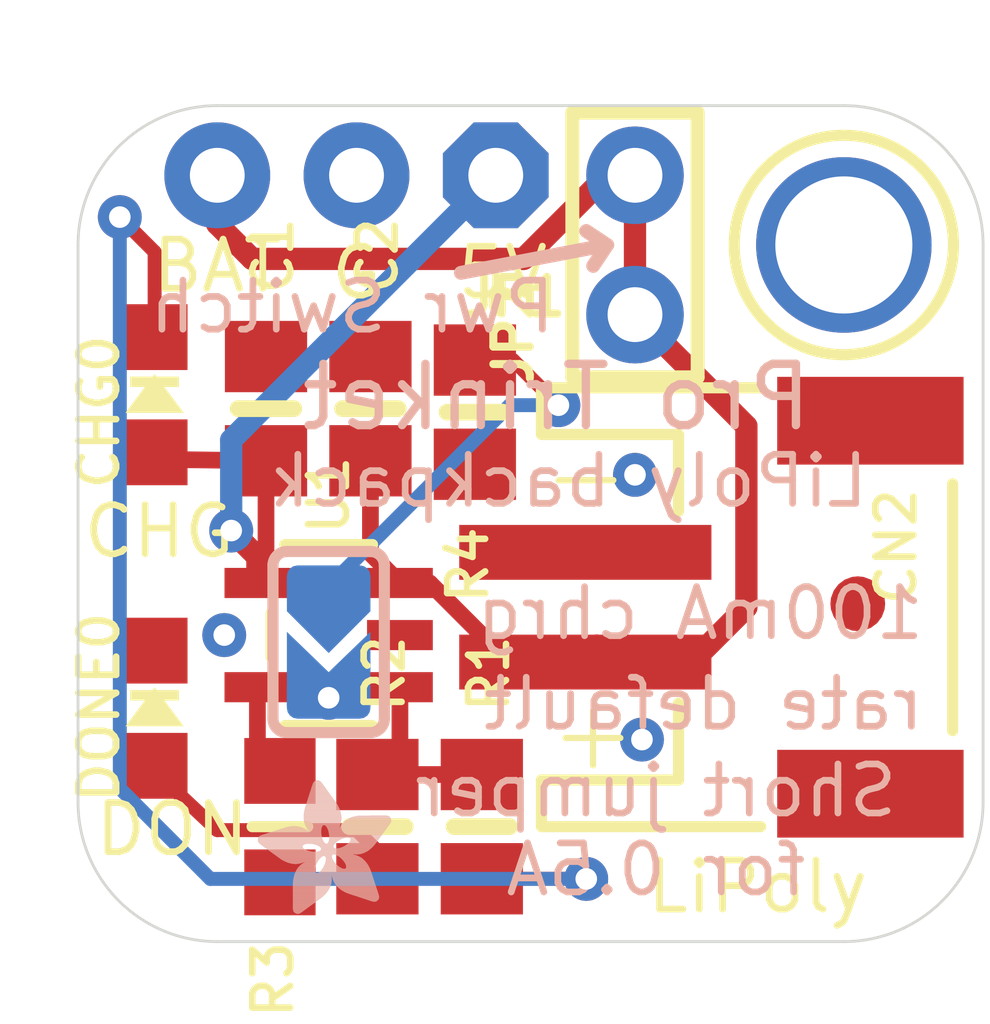
<source format=kicad_pcb>
(kicad_pcb (version 20221018) (generator pcbnew)
  (layers (0 "F.Cu" signal) (31 "B.Cu" signal) (34 "B.Paste" user) (35 "F.Paste" user) (36 "B.SilkS" user "B.Silkscreen") (37 "F.SilkS" user "F.Silkscreen") (38 "B.Mask" user) (39 "F.Mask" user) (44 "Edge.Cuts" user))
  (net 0 "")
  (net 1 "GND")
  (net 2 "N$1")
  (net 3 "N$2")
  (net 4 "VBAT")
  (net 5 "N$5")
  (net 6 "N$6")
  (net 7 "N$3")
  (net 8 "VBUS")
  (footprint "Adafruit protrinket backpack:1X03_ROUND_76" (layer "F.Cu") (at 145.3261 98.6536 180)
    (fp_text reference "JP1" (at -3.8862 -1.8288 180) (layer "F.SilkS") (effects (font (size 0.666496 0.666496) (thickness 0.146304)) (justify right top)))
    (fp_text value "")
    (pad "1" thru_hole roundrect (at -2.54 0 270) (size 1.9304 1.9304) (drill 1) (layers "*.Cu" "*.Mask") (chamfer_ratio 0.2928932188) (chamfer top_left top_right bottom_left bottom_right) (net 8 "VBUS"))
    (pad "2" thru_hole circle (at 0 0 270) (size 1.9304 1.9304) (drill 1) (layers "*.Cu" "*.Mask") (net 1 "GND"))
    (pad "3" thru_hole circle (at 2.54 0 270) (size 1.9304 1.9304) (drill 1) (layers "*.Cu" "*.Mask") (net 4 "VBAT"))
  )
  (footprint "Adafruit protrinket backpack:FIDUCIAL_1MM" (layer "F.Cu") (at 154.4701 106.4641)
    (fp_text reference "FID1" hide)
    (fp_text value "FIDUCIAL\"\"" hide)
    (pad "1" smd roundrect (at 0 0) (size 1 1) (layers "F.Cu" "F.Mask") (roundrect_rratio 0.5))
  )
  (footprint "Adafruit protrinket backpack:CHIPLED_0805_NOOUTLINE" (layer "F.Cu") (at 141.6431 108.3691)
    (fp_text reference "DONE0" (at -1.016 1.778 90) (layer "F.SilkS") (effects (font (size 0.692831 0.692831) (thickness 0.119969)) (justify left)))
    (fp_text value "GREEN")
    (pad "A" smd rect (at 0 1.05) (size 1.2 1.2) (layers "F.Cu" "F.Paste" "F.Mask") (net 6 "N$6"))
    (pad "C" smd rect (at 0 -1.05) (size 1.2 1.2) (layers "F.Cu" "F.Paste" "F.Mask") (net 1 "GND"))
  )
  (footprint "Adafruit protrinket backpack:0805-NO" (layer "F.Cu") (at 145.5801 102.9081 90)
    (fp_text reference "C2" (at 2.032 0.127 90) (layer "F.SilkS") (effects (font (size 0.692831 0.692831) (thickness 0.119969)) (justify left)))
    (fp_text value "10µF")
    (pad "1" smd rect (at -0.95 0 90) (size 1.3 1.5) (layers "F.Cu" "F.Paste" "F.Mask") (net 4 "VBAT"))
    (pad "2" smd rect (at 0.95 0 90) (size 1.3 1.5) (layers "F.Cu" "F.Paste" "F.Mask") (net 1 "GND"))
  )
  (footprint "Adafruit protrinket backpack:0805-NO" (layer "F.Cu") (at 143.6751 102.9081 90)
    (fp_text reference "C1" (at 2.032 0.127 90) (layer "F.SilkS") (effects (font (size 0.692831 0.692831) (thickness 0.119969)) (justify left)))
    (fp_text value "10µF")
    (pad "1" smd rect (at -0.95 0 90) (size 1.3 1.5) (layers "F.Cu" "F.Paste" "F.Mask") (net 8 "VBUS"))
    (pad "2" smd rect (at 0.95 0 90) (size 1.3 1.5) (layers "F.Cu" "F.Paste" "F.Mask") (net 1 "GND"))
  )
  (footprint "Adafruit protrinket backpack:_0805MP" (layer "F.Cu") (at 143.9291 110.5281 -90)
    (fp_text reference "R3" (at 2.032 0.127 90) (layer "F.SilkS") (effects (font (size 0.692831 0.692831) (thickness 0.119969)) (justify right)))
    (fp_text value "10K\\")
    (pad "1" smd rect (at -1.016 0 270) (size 1.2 1.3) (layers "F.Cu" "F.Paste" "F.Mask") (net 5 "N$5"))
    (pad "2" smd rect (at 1.016 0 270) (size 1.2 1.3) (layers "F.Cu" "F.Paste" "F.Mask") (net 1 "GND"))
  )
  (footprint "Adafruit protrinket backpack:CHIPLED_0805_NOOUTLINE" (layer "F.Cu") (at 141.6431 102.6541)
    (fp_text reference "CHG0" (at -1.016 1.778 90) (layer "F.SilkS") (effects (font (size 0.692831 0.692831) (thickness 0.119969)) (justify left)))
    (fp_text value "RED")
    (pad "A" smd rect (at 0 1.05) (size 1.2 1.2) (layers "F.Cu" "F.Paste" "F.Mask") (net 8 "VBUS"))
    (pad "C" smd rect (at 0 -1.05) (size 1.2 1.2) (layers "F.Cu" "F.Paste" "F.Mask") (net 2 "N$1"))
  )
  (footprint "Adafruit protrinket backpack:MOUNTINGHOLE_2.5_PLATED" (layer "F.Cu") (at 154.2161 99.9236)
    (fp_text reference "U$10" hide)
    (fp_text value "MOUNTINGHOLE2.5" hide)
    (pad "P$1" thru_hole circle (at 0 0) (size 3.2 3.2) (drill 2.5) (layers "*.Cu" "*.Mask"))
  )
  (footprint "Adafruit protrinket backpack:JSTPH2" (layer "F.Cu") (at 153.2001 106.5276 -90)
    (fp_text reference "CN2" (at -2.2225 -1.9685 90) (layer "F.SilkS") (effects (font (size 0.692831 0.692831) (thickness 0.119969)) (justify right)))
    (fp_text value "JSTPH")
    (pad "1" smd rect (at -1 3.7 270) (size 1 4.6) (layers "F.Cu" "F.Paste" "F.Mask") (net 1 "GND"))
    (pad "2" smd rect (at 1 3.7 270) (size 1 4.6) (layers "F.Cu" "F.Paste" "F.Mask") (net 4 "VBAT"))
    (pad "NC1" smd rect (at -3.4 -1.5) (size 3.4 1.6) (layers "F.Cu" "F.Paste" "F.Mask"))
    (pad "NC2" smd rect (at 3.4 -1.5) (size 3.4 1.6) (layers "F.Cu" "F.Paste" "F.Mask"))
  )
  (footprint "Adafruit protrinket backpack:SOT23-5" (layer "F.Cu") (at 144.8181 107.0356 90)
    (fp_text reference "U1" (at 1.778 0 90) (layer "F.SilkS") (effects (font (size 0.692831 0.692831) (thickness 0.119969)) (justify left)))
    (fp_text value "MCP73831T-2ACI/OT")
    (pad "1" smd rect (at -0.95 1.3001 90) (size 0.55 1.2) (layers "F.Cu" "F.Paste" "F.Mask") (net 3 "N$2"))
    (pad "2" smd rect (at 0 1.3001 90) (size 0.55 1.2) (layers "F.Cu" "F.Paste" "F.Mask") (net 1 "GND"))
    (pad "3" smd rect (at 0.95 1.3001 90) (size 0.55 1.2) (layers "F.Cu" "F.Paste" "F.Mask") (net 4 "VBAT"))
    (pad "4" smd rect (at 0.95 -1.3001 90) (size 0.55 1.2) (layers "F.Cu" "F.Paste" "F.Mask") (net 8 "VBUS"))
    (pad "5" smd rect (at -0.95 -1.3001 90) (size 0.55 1.2) (layers "F.Cu" "F.Paste" "F.Mask") (net 5 "N$5"))
  )
  (footprint "Adafruit protrinket backpack:0805-NO" (layer "F.Cu") (at 145.7071 110.5281 90)
    (fp_text reference "R2" (at 2.032 0.127 90) (layer "F.SilkS") (effects (font (size 0.692831 0.692831) (thickness 0.119969)) (justify left)))
    (fp_text value "1K")
    (pad "1" smd rect (at -0.95 0 90) (size 1.3 1.5) (layers "F.Cu" "F.Paste" "F.Mask") (net 6 "N$6"))
    (pad "2" smd rect (at 0.95 0 90) (size 1.3 1.5) (layers "F.Cu" "F.Paste" "F.Mask") (net 3 "N$2"))
  )
  (footprint "Adafruit protrinket backpack:1X02_ROUND" (layer "F.Cu") (at 150.4061 99.9236 90)
    (fp_text reference "JP2" (at -2.6162 -1.8288 90) (layer "F.SilkS") (effects (font (size 0.666496 0.666496) (thickness 0.146304)) (justify left bottom)))
    (fp_text value "")
    (pad "1" thru_hole circle (at -1.27 0 180) (size 1.778 1.778) (drill 1) (layers "*.Cu" "*.Mask") (net 4 "VBAT"))
    (pad "2" thru_hole circle (at 1.27 0 180) (size 1.778 1.778) (drill 1) (layers "*.Cu" "*.Mask") (net 4 "VBAT"))
  )
  (footprint "Adafruit protrinket backpack:0805-NO" (layer "F.Cu") (at 147.6121 110.5281 90)
    (fp_text reference "R1" (at 2.032 0.127 90) (layer "F.SilkS") (effects (font (size 0.692831 0.692831) (thickness 0.119969)) (justify left)))
    (fp_text value "1K")
    (pad "1" smd rect (at -0.95 0 90) (size 1.3 1.5) (layers "F.Cu" "F.Paste" "F.Mask") (net 2 "N$1"))
    (pad "2" smd rect (at 0.95 0 90) (size 1.3 1.5) (layers "F.Cu" "F.Paste" "F.Mask") (net 3 "N$2"))
  )
  (footprint "Adafruit protrinket backpack:0805-NO" (layer "F.Cu") (at 147.4851 102.9716 -90)
    (fp_text reference "R4" (at 2.032 0.127 90) (layer "F.SilkS") (effects (font (size 0.692831 0.692831) (thickness 0.119969)) (justify right)))
    (fp_text value "2.5K")
    (pad "1" smd rect (at -0.95 0 270) (size 1.3 1.5) (layers "F.Cu" "F.Paste" "F.Mask") (net 7 "N$3"))
    (pad "2" smd rect (at 0.95 0 270) (size 1.3 1.5) (layers "F.Cu" "F.Paste" "F.Mask") (net 1 "GND"))
  )
  (footprint "Adafruit protrinket backpack:ADAFRUIT_2.5MM" (layer "B.Cu") (at 145.9611 112.1156 180)
    (fp_text reference "U$9" hide)
    (fp_text value "" hide)
  )
  (footprint "Adafruit protrinket backpack:SOLDERJUMPER_ARROW_NOPASTE" (layer "B.Cu") (at 144.8181 107.1626 -90)
    (fp_text reference "SJ1" hide)
    (fp_text value "")
    (fp_poly (pts (xy 0.201021 0) (xy -0.560979 -0.762) (xy -1.1684 -0.762) (xy -1.1684 0.762) (xy -0.560979 0.762)) (fill solid) (layer "B.Cu"))
    (fp_poly (pts (xy 1.1684 -0.762) (xy -0.186831 -0.762) (xy 0.548892 0) (xy -0.186831 0.762) (xy 1.1684 0.762)) (fill solid) (layer "B.Cu"))
    (pad "1" smd roundrect (at -1.016 0 270) (size 0.762 1.524) (layers "B.Cu") (net 7 "N$3"))
    (pad "2" smd roundrect (at 1.016 0 270) (size 0.762 1.524) (layers "B.Cu") (net 5 "N$5"))
  )
  (gr_line (start 149.8981 99.9236) (end 149.6441 100.3046) (stroke (width 0.254)) (layer "B.SilkS"))
  (gr_line (start 147.2311 100.4316) (end 149.8981 99.9236) (stroke (width 0.254)) (layer "B.SilkS"))
  (gr_line (start 149.8981 99.9236) (end 149.5171 99.6696) (stroke (width 0.254)) (layer "B.SilkS"))
  (gr_line (start 151.5491 97.5106) (end 149.2631 97.5106) (stroke (width 0.254)) (layer "F.SilkS"))
  (gr_line (start 151.5491 102.3366) (end 151.5491 97.5106) (stroke (width 0.254)) (layer "F.SilkS"))
  (gr_line (start 149.2631 102.3366) (end 151.5491 102.3366) (stroke (width 0.254)) (layer "F.SilkS"))
  (gr_line (start 149.2631 97.5106) (end 149.2631 102.3366) (stroke (width 0.254)) (layer "F.SilkS"))
  (gr_line (start 140.2461 110.0836) (end 140.2461 99.9236) (stroke (width 0.05)) (layer "Edge.Cuts"))
  (gr_arc (start 154.2161 97.3836) (mid 156.012151 98.127549) (end 156.7561 99.9236) (stroke (width 0.05)) (layer "Edge.Cuts"))
  (gr_arc (start 156.7561 110.0836) (mid 156.012151 111.879651) (end 154.2161 112.6236) (stroke (width 0.05)) (layer "Edge.Cuts"))
  (gr_arc (start 140.2461 99.9236) (mid 140.990049 98.127549) (end 142.7861 97.3836) (stroke (width 0.05)) (layer "Edge.Cuts"))
  (gr_line (start 156.7561 99.9236) (end 156.7561 110.0836) (stroke (width 0.05)) (layer "Edge.Cuts"))
  (gr_line (start 142.7861 97.3836) (end 154.2161 97.3836) (stroke (width 0.05)) (layer "Edge.Cuts"))
  (gr_line (start 154.2161 112.6236) (end 142.7861 112.6236) (stroke (width 0.05)) (layer "Edge.Cuts"))
  (gr_arc (start 142.7861 112.6236) (mid 140.990049 111.879651) (end 140.2461 110.0836) (stroke (width 0.05)) (layer "Edge.Cuts"))
  (gr_text "LiPoly backpack" (at 154.7241 104.7496) (layer "B.SilkS") (effects (font (size 0.89408 0.89408) (thickness 0.12192)) (justify left bottom mirror)))
  (gr_text "Pro Trinket" (at 153.7081 103.3526) (layer "B.SilkS") (effects (font (size 1.1176 1.1176) (thickness 0.1524)) (justify left bottom mirror)))
  (gr_text "100mA chrg" (at 155.7401 107.1626) (layer "B.SilkS") (effects (font (size 0.89408 0.89408) (thickness 0.12192)) (justify left bottom mirror)))
  (gr_text "Short jumper\nfor 0.5A" (at 150.7871 110.5916) (layer "B.SilkS") (effects (font (size 0.89408 0.89408) (thickness 0.12192)) (justify mirror)))
  (gr_text "Pwr Switch" (at 149.0091 101.5746) (layer "B.SilkS") (effects (font (size 0.89408 0.89408) (thickness 0.12192)) (justify left bottom mirror)))
  (gr_text "rate default" (at 155.7401 108.8136) (layer "B.SilkS") (effects (font (size 0.89408 0.89408) (thickness 0.12192)) (justify left bottom mirror)))
  (gr_text "-" (at 148.6281 104.8766) (layer "F.SilkS") (effects (font (size 1.308608 1.308608) (thickness 0.113792)) (justify left bottom)))
  (gr_text "5V" (at 147.9931 100.4316) (layer "F.SilkS") (effects (font (size 0.89408 0.89408) (thickness 0.12192))))
  (gr_text "+" (at 148.7551 109.5756) (layer "F.SilkS") (effects (font (size 1.308608 1.308608) (thickness 0.113792)) (justify left bottom)))
  (gr_text "G" (at 145.3261 100.4316) (layer "F.SilkS") (effects (font (size 0.89408 0.89408) (thickness 0.12192))))
  (gr_text "CHG" (at 143.1671 104.6226) (layer "F.SilkS") (effects (font (size 0.89408 0.89408) (thickness 0.12192)) (justify right top)))
  (gr_text "DON" (at 140.5001 111.0996) (layer "F.SilkS") (effects (font (size 0.89408 0.89408) (thickness 0.12192)) (justify left bottom)))
  (gr_text "LiPoly" (at 154.7241 111.0996) (layer "F.SilkS") (effects (font (size 0.89408 0.89408) (thickness 0.12192)) (justify right top)))
  (gr_text "BAT" (at 142.7861 100.3046) (layer "F.SilkS") (effects (font (size 0.89408 0.89408) (thickness 0.12192))))
  (via (at 142.9131 107.0356) (size 0.8001) (drill 0.3937) (layers "F.Cu" "B.Cu") (net 1))
  (via (at 150.5331 108.9406) (size 0.8001) (drill 0.3937) (layers "F.Cu" "B.Cu") (net 1))
  (via (at 150.4061 104.1146) (size 0.8001) (drill 0.3937) (layers "F.Cu" "B.Cu") (net 1))
  (segment (start 141.6431 101.6041) (end 141.6431 100.0506) (width 0.254) (layer "F.Cu") (net 2))
  (segment (start 141.6431 100.0506) (end 141.0081 99.4156) (width 0.254) (layer "F.Cu") (net 2))
  (segment (start 149.5171 111.4806) (end 149.5146 111.4781) (width 0.254) (layer "F.Cu") (net 2))
  (segment (start 149.5146 111.4781) (end 147.6121 111.4781) (width 0.254) (layer "F.Cu") (net 2))
  (via (at 149.5171 111.4806) (size 0.8001) (drill 0.3937) (layers "F.Cu" "B.Cu") (net 2))
  (via (at 141.0081 99.4156) (size 0.8001) (drill 0.3937) (layers "F.Cu" "B.Cu") (net 2))
  (segment (start 141.0081 109.8296) (end 142.6591 111.4806) (width 0.254) (layer "B.Cu") (net 2))
  (segment (start 142.6591 111.4806) (end 149.5171 111.4806) (width 0.254) (layer "B.Cu") (net 2))
  (segment (start 141.0081 99.4156) (end 141.0081 109.8296) (width 0.254) (layer "B.Cu") (net 2))
  (segment (start 146.1182 107.9856) (end 146.1182 109.167) (width 0.3048) (layer "F.Cu") (net 3))
  (segment (start 146.1182 109.167) (end 145.7071 109.5781) (width 0.3048) (layer "F.Cu") (net 3))
  (segment (start 145.7071 109.5781) (end 147.6121 109.5781) (width 0.3048) (layer "F.Cu") (net 3))
  (segment (start 149.8981 98.6536) (end 150.4061 98.6536) (width 0.4064) (layer "F.Cu") (net 4))
  (segment (start 149.7076 107.2261) (end 149.5001 107.4336) (width 0.4064) (layer "F.Cu") (net 4))
  (segment (start 142.7861 99.5426) (end 143.4211 100.1776) (width 0.4064) (layer "F.Cu") (net 4))
  (segment (start 148.3741 100.1776) (end 149.8981 98.6536) (width 0.4064) (layer "F.Cu") (net 4))
  (segment (start 146.6621 106.0856) (end 147.8026 107.2261) (width 0.3048) (layer "F.Cu") (net 4))
  (segment (start 151.4381 107.5276) (end 149.5001 107.5276) (width 0.4064) (layer "F.Cu") (net 4))
  (segment (start 150.4061 98.6536) (end 150.4061 101.1936) (width 0.4064) (layer "F.Cu") (net 4))
  (segment (start 149.7076 107.2261) (end 150.0251 107.5436) (width 0.3048) (layer "F.Cu") (net 4))
  (segment (start 143.4211 100.1776) (end 148.3741 100.1776) (width 0.4064) (layer "F.Cu") (net 4))
  (segment (start 145.5801 103.8581) (end 145.5801 105.5475) (width 0.3048) (layer "F.Cu") (net 4))
  (segment (start 147.8026 107.2261) (end 149.7076 107.2261) (width 0.3048) (layer "F.Cu") (net 4))
  (segment (start 150.4061 99.0346) (end 150.4061 98.6536) (width 0.4064) (layer "F.Cu") (net 4))
  (segment (start 142.7861 98.6536) (end 142.7861 99.5426) (width 0.4064) (layer "F.Cu") (net 4))
  (segment (start 146.1182 106.0856) (end 146.6621 106.0856) (width 0.3048) (layer "F.Cu") (net 4))
  (segment (start 152.4381 106.5276) (end 151.4381 107.5276) (width 0.4064) (layer "F.Cu") (net 4))
  (segment (start 150.4061 101.1936) (end 152.4381 103.2256) (width 0.4064) (layer "F.Cu") (net 4))
  (segment (start 149.5001 107.4336) (end 149.5001 107.5276) (width 0.4064) (layer "F.Cu") (net 4))
  (segment (start 152.4381 103.2256) (end 152.4381 106.5276) (width 0.4064) (layer "F.Cu") (net 4))
  (segment (start 149.6111 107.4166) (end 149.5001 107.5276) (width 0.4064) (layer "F.Cu") (net 4))
  (segment (start 145.5801 105.5475) (end 146.1182 106.0856) (width 0.3048) (layer "F.Cu") (net 4))
  (segment (start 143.518 109.294) (end 143.9291 109.5121) (width 0.3048) (layer "F.Cu") (net 5))
  (segment (start 143.518 107.9856) (end 144.6251 107.9856) (width 0.3048) (layer "F.Cu") (net 5))
  (segment (start 144.6251 107.9856) (end 144.8181 108.1786) (width 0.3048) (layer "F.Cu") (net 5))
  (segment (start 143.518 107.9856) (end 143.518 109.294) (width 0.3048) (layer "F.Cu") (net 5))
  (via (at 144.8181 108.1786) (size 0.8001) (drill 0.3937) (layers "F.Cu" "B.Cu") (net 5))
  (segment (start 144.8181 108.3056) (end 144.8181 108.1786) (width 0.3048) (layer "B.Cu") (net 5))
  (segment (start 141.6726 109.5461) (end 142.7861 110.5916) (width 0.254) (layer "F.Cu") (net 6))
  (segment (start 142.7861 110.5916) (end 145.3261 110.5916) (width 0.254) (layer "F.Cu") (net 6))
  (segment (start 145.3261 110.5916) (end 145.7071 110.9726) (width 0.254) (layer "F.Cu") (net 6))
  (segment (start 145.7071 110.9726) (end 145.7071 111.4781) (width 0.254) (layer "F.Cu") (net 6))
  (segment (start 141.6431 109.4191) (end 141.6726 109.5461) (width 0.254) (layer "F.Cu") (net 6))
  (segment (start 148.1811 102.0216) (end 147.4851 102.0216) (width 0.254) (layer "F.Cu") (net 7))
  (segment (start 149.0091 102.8446) (end 148.1811 102.0216) (width 0.254) (layer "F.Cu") (net 7))
  (via (at 149.0091 102.8446) (size 0.8001) (drill 0.3937) (layers "F.Cu" "B.Cu") (net 7))
  (segment (start 144.8181 106.1466) (end 148.1201 102.8446) (width 0.254) (layer "B.Cu") (net 7))
  (segment (start 148.1201 102.8446) (end 149.0091 102.8446) (width 0.254) (layer "B.Cu") (net 7))
  (segment (start 141.6431 103.7041) (end 141.6161 103.8311) (width 0.3048) (layer "F.Cu") (net 8))
  (segment (start 141.6161 103.8311) (end 143.6751 103.8581) (width 0.3048) (layer "F.Cu") (net 8))
  (segment (start 143.6751 103.8581) (end 143.6751 105.9285) (width 0.3048) (layer "F.Cu") (net 8))
  (segment (start 143.6751 105.9285) (end 143.518 106.0856) (width 0.3048) (layer "F.Cu") (net 8))
  (segment (start 143.0401 105.1306) (end 143.518 105.6085) (width 0.4064) (layer "F.Cu") (net 8))
  (segment (start 143.518 105.6085) (end 143.518 106.0856) (width 0.4064) (layer "F.Cu") (net 8))
  (via (at 143.0401 105.1306) (size 0.8001) (drill 0.3937) (layers "F.Cu" "B.Cu") (net 8))
  (segment (start 143.0401 103.4796) (end 143.0401 105.1306) (width 0.4064) (layer "B.Cu") (net 8))
  (segment (start 147.8661 98.6536) (end 143.0401 103.4796) (width 0.4064) (layer "B.Cu") (net 8))
)
</source>
